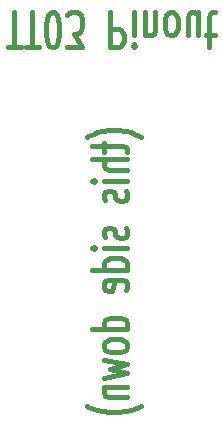
<source format=gbr>
G04 #@! TF.GenerationSoftware,KiCad,Pcbnew,7.0.10-7.0.10~ubuntu22.04.1*
G04 #@! TF.CreationDate,2024-02-20T17:40:51-05:00*
G04 #@! TF.ProjectId,caravel-breakout-qfn,63617261-7665-46c2-9d62-7265616b6f75,2.2*
G04 #@! TF.SameCoordinates,PX2dc6c00PY42c1d80*
G04 #@! TF.FileFunction,Legend,Bot*
G04 #@! TF.FilePolarity,Positive*
%FSLAX46Y46*%
G04 Gerber Fmt 4.6, Leading zero omitted, Abs format (unit mm)*
G04 Created by KiCad (PCBNEW 7.0.10-7.0.10~ubuntu22.04.1) date 2024-02-20 17:40:51*
%MOMM*%
%LPD*%
G01*
G04 APERTURE LIST*
%ADD10C,0.400000*%
G04 APERTURE END LIST*
D10*
X24909914Y37880953D02*
X24767057Y37976192D01*
X24767057Y37976192D02*
X24338485Y38166668D01*
X24338485Y38166668D02*
X24052771Y38261906D01*
X24052771Y38261906D02*
X23624200Y38357144D01*
X23624200Y38357144D02*
X22909914Y38452382D01*
X22909914Y38452382D02*
X22338485Y38452382D01*
X22338485Y38452382D02*
X21624200Y38357144D01*
X21624200Y38357144D02*
X21195628Y38261906D01*
X21195628Y38261906D02*
X20909914Y38166668D01*
X20909914Y38166668D02*
X20481342Y37976192D01*
X20481342Y37976192D02*
X20338485Y37880953D01*
X21767057Y37404763D02*
X21767057Y36642859D01*
X20767057Y37119049D02*
X23338485Y37119049D01*
X23338485Y37119049D02*
X23624200Y37023811D01*
X23624200Y37023811D02*
X23767057Y36833335D01*
X23767057Y36833335D02*
X23767057Y36642859D01*
X23767057Y35976192D02*
X20767057Y35976192D01*
X23767057Y35119049D02*
X22195628Y35119049D01*
X22195628Y35119049D02*
X21909914Y35214287D01*
X21909914Y35214287D02*
X21767057Y35404763D01*
X21767057Y35404763D02*
X21767057Y35690478D01*
X21767057Y35690478D02*
X21909914Y35880954D01*
X21909914Y35880954D02*
X22052771Y35976192D01*
X23767057Y34166668D02*
X21767057Y34166668D01*
X20767057Y34166668D02*
X20909914Y34261906D01*
X20909914Y34261906D02*
X21052771Y34166668D01*
X21052771Y34166668D02*
X20909914Y34071430D01*
X20909914Y34071430D02*
X20767057Y34166668D01*
X20767057Y34166668D02*
X21052771Y34166668D01*
X23624200Y33309525D02*
X23767057Y33119049D01*
X23767057Y33119049D02*
X23767057Y32738097D01*
X23767057Y32738097D02*
X23624200Y32547620D01*
X23624200Y32547620D02*
X23338485Y32452382D01*
X23338485Y32452382D02*
X23195628Y32452382D01*
X23195628Y32452382D02*
X22909914Y32547620D01*
X22909914Y32547620D02*
X22767057Y32738097D01*
X22767057Y32738097D02*
X22767057Y33023811D01*
X22767057Y33023811D02*
X22624200Y33214287D01*
X22624200Y33214287D02*
X22338485Y33309525D01*
X22338485Y33309525D02*
X22195628Y33309525D01*
X22195628Y33309525D02*
X21909914Y33214287D01*
X21909914Y33214287D02*
X21767057Y33023811D01*
X21767057Y33023811D02*
X21767057Y32738097D01*
X21767057Y32738097D02*
X21909914Y32547620D01*
X23624200Y30166667D02*
X23767057Y29976191D01*
X23767057Y29976191D02*
X23767057Y29595239D01*
X23767057Y29595239D02*
X23624200Y29404762D01*
X23624200Y29404762D02*
X23338485Y29309524D01*
X23338485Y29309524D02*
X23195628Y29309524D01*
X23195628Y29309524D02*
X22909914Y29404762D01*
X22909914Y29404762D02*
X22767057Y29595239D01*
X22767057Y29595239D02*
X22767057Y29880953D01*
X22767057Y29880953D02*
X22624200Y30071429D01*
X22624200Y30071429D02*
X22338485Y30166667D01*
X22338485Y30166667D02*
X22195628Y30166667D01*
X22195628Y30166667D02*
X21909914Y30071429D01*
X21909914Y30071429D02*
X21767057Y29880953D01*
X21767057Y29880953D02*
X21767057Y29595239D01*
X21767057Y29595239D02*
X21909914Y29404762D01*
X23767057Y28452381D02*
X21767057Y28452381D01*
X20767057Y28452381D02*
X20909914Y28547619D01*
X20909914Y28547619D02*
X21052771Y28452381D01*
X21052771Y28452381D02*
X20909914Y28357143D01*
X20909914Y28357143D02*
X20767057Y28452381D01*
X20767057Y28452381D02*
X21052771Y28452381D01*
X23767057Y26642857D02*
X20767057Y26642857D01*
X23624200Y26642857D02*
X23767057Y26833333D01*
X23767057Y26833333D02*
X23767057Y27214286D01*
X23767057Y27214286D02*
X23624200Y27404762D01*
X23624200Y27404762D02*
X23481342Y27500000D01*
X23481342Y27500000D02*
X23195628Y27595238D01*
X23195628Y27595238D02*
X22338485Y27595238D01*
X22338485Y27595238D02*
X22052771Y27500000D01*
X22052771Y27500000D02*
X21909914Y27404762D01*
X21909914Y27404762D02*
X21767057Y27214286D01*
X21767057Y27214286D02*
X21767057Y26833333D01*
X21767057Y26833333D02*
X21909914Y26642857D01*
X23624200Y24928571D02*
X23767057Y25119047D01*
X23767057Y25119047D02*
X23767057Y25500000D01*
X23767057Y25500000D02*
X23624200Y25690476D01*
X23624200Y25690476D02*
X23338485Y25785714D01*
X23338485Y25785714D02*
X22195628Y25785714D01*
X22195628Y25785714D02*
X21909914Y25690476D01*
X21909914Y25690476D02*
X21767057Y25500000D01*
X21767057Y25500000D02*
X21767057Y25119047D01*
X21767057Y25119047D02*
X21909914Y24928571D01*
X21909914Y24928571D02*
X22195628Y24833333D01*
X22195628Y24833333D02*
X22481342Y24833333D01*
X22481342Y24833333D02*
X22767057Y25785714D01*
X23767057Y21595237D02*
X20767057Y21595237D01*
X23624200Y21595237D02*
X23767057Y21785713D01*
X23767057Y21785713D02*
X23767057Y22166666D01*
X23767057Y22166666D02*
X23624200Y22357142D01*
X23624200Y22357142D02*
X23481342Y22452380D01*
X23481342Y22452380D02*
X23195628Y22547618D01*
X23195628Y22547618D02*
X22338485Y22547618D01*
X22338485Y22547618D02*
X22052771Y22452380D01*
X22052771Y22452380D02*
X21909914Y22357142D01*
X21909914Y22357142D02*
X21767057Y22166666D01*
X21767057Y22166666D02*
X21767057Y21785713D01*
X21767057Y21785713D02*
X21909914Y21595237D01*
X23767057Y20357142D02*
X23624200Y20547618D01*
X23624200Y20547618D02*
X23481342Y20642856D01*
X23481342Y20642856D02*
X23195628Y20738094D01*
X23195628Y20738094D02*
X22338485Y20738094D01*
X22338485Y20738094D02*
X22052771Y20642856D01*
X22052771Y20642856D02*
X21909914Y20547618D01*
X21909914Y20547618D02*
X21767057Y20357142D01*
X21767057Y20357142D02*
X21767057Y20071427D01*
X21767057Y20071427D02*
X21909914Y19880951D01*
X21909914Y19880951D02*
X22052771Y19785713D01*
X22052771Y19785713D02*
X22338485Y19690475D01*
X22338485Y19690475D02*
X23195628Y19690475D01*
X23195628Y19690475D02*
X23481342Y19785713D01*
X23481342Y19785713D02*
X23624200Y19880951D01*
X23624200Y19880951D02*
X23767057Y20071427D01*
X23767057Y20071427D02*
X23767057Y20357142D01*
X21767057Y19023808D02*
X23767057Y18642856D01*
X23767057Y18642856D02*
X22338485Y18261903D01*
X22338485Y18261903D02*
X23767057Y17880951D01*
X23767057Y17880951D02*
X21767057Y17499999D01*
X21767057Y16738094D02*
X23767057Y16738094D01*
X22052771Y16738094D02*
X21909914Y16642856D01*
X21909914Y16642856D02*
X21767057Y16452380D01*
X21767057Y16452380D02*
X21767057Y16166665D01*
X21767057Y16166665D02*
X21909914Y15976189D01*
X21909914Y15976189D02*
X22195628Y15880951D01*
X22195628Y15880951D02*
X23767057Y15880951D01*
X24909914Y15119046D02*
X24767057Y15023808D01*
X24767057Y15023808D02*
X24338485Y14833332D01*
X24338485Y14833332D02*
X24052771Y14738094D01*
X24052771Y14738094D02*
X23624200Y14642856D01*
X23624200Y14642856D02*
X22909914Y14547618D01*
X22909914Y14547618D02*
X22338485Y14547618D01*
X22338485Y14547618D02*
X21624200Y14642856D01*
X21624200Y14642856D02*
X21195628Y14738094D01*
X21195628Y14738094D02*
X20909914Y14833332D01*
X20909914Y14833332D02*
X20481342Y15023808D01*
X20481342Y15023808D02*
X20338485Y15119046D01*
X13638094Y45467058D02*
X14780951Y45467058D01*
X14209522Y48467058D02*
X14209522Y45467058D01*
X15161904Y45467058D02*
X16304761Y45467058D01*
X15733332Y48467058D02*
X15733332Y45467058D01*
X17352380Y45467058D02*
X17542857Y45467058D01*
X17542857Y45467058D02*
X17733333Y45609915D01*
X17733333Y45609915D02*
X17828571Y45752772D01*
X17828571Y45752772D02*
X17923809Y46038486D01*
X17923809Y46038486D02*
X18019047Y46609915D01*
X18019047Y46609915D02*
X18019047Y47324200D01*
X18019047Y47324200D02*
X17923809Y47895629D01*
X17923809Y47895629D02*
X17828571Y48181343D01*
X17828571Y48181343D02*
X17733333Y48324200D01*
X17733333Y48324200D02*
X17542857Y48467058D01*
X17542857Y48467058D02*
X17352380Y48467058D01*
X17352380Y48467058D02*
X17161904Y48324200D01*
X17161904Y48324200D02*
X17066666Y48181343D01*
X17066666Y48181343D02*
X16971428Y47895629D01*
X16971428Y47895629D02*
X16876190Y47324200D01*
X16876190Y47324200D02*
X16876190Y46609915D01*
X16876190Y46609915D02*
X16971428Y46038486D01*
X16971428Y46038486D02*
X17066666Y45752772D01*
X17066666Y45752772D02*
X17161904Y45609915D01*
X17161904Y45609915D02*
X17352380Y45467058D01*
X18685714Y45467058D02*
X19923809Y45467058D01*
X19923809Y45467058D02*
X19257142Y46609915D01*
X19257142Y46609915D02*
X19542857Y46609915D01*
X19542857Y46609915D02*
X19733333Y46752772D01*
X19733333Y46752772D02*
X19828571Y46895629D01*
X19828571Y46895629D02*
X19923809Y47181343D01*
X19923809Y47181343D02*
X19923809Y47895629D01*
X19923809Y47895629D02*
X19828571Y48181343D01*
X19828571Y48181343D02*
X19733333Y48324200D01*
X19733333Y48324200D02*
X19542857Y48467058D01*
X19542857Y48467058D02*
X18971428Y48467058D01*
X18971428Y48467058D02*
X18780952Y48324200D01*
X18780952Y48324200D02*
X18685714Y48181343D01*
X22304762Y48467058D02*
X22304762Y45467058D01*
X22304762Y45467058D02*
X23066667Y45467058D01*
X23066667Y45467058D02*
X23257143Y45609915D01*
X23257143Y45609915D02*
X23352381Y45752772D01*
X23352381Y45752772D02*
X23447619Y46038486D01*
X23447619Y46038486D02*
X23447619Y46467058D01*
X23447619Y46467058D02*
X23352381Y46752772D01*
X23352381Y46752772D02*
X23257143Y46895629D01*
X23257143Y46895629D02*
X23066667Y47038486D01*
X23066667Y47038486D02*
X22304762Y47038486D01*
X24304762Y48467058D02*
X24304762Y46467058D01*
X24304762Y45467058D02*
X24209524Y45609915D01*
X24209524Y45609915D02*
X24304762Y45752772D01*
X24304762Y45752772D02*
X24400000Y45609915D01*
X24400000Y45609915D02*
X24304762Y45467058D01*
X24304762Y45467058D02*
X24304762Y45752772D01*
X25257143Y46467058D02*
X25257143Y48467058D01*
X25257143Y46752772D02*
X25352381Y46609915D01*
X25352381Y46609915D02*
X25542857Y46467058D01*
X25542857Y46467058D02*
X25828572Y46467058D01*
X25828572Y46467058D02*
X26019048Y46609915D01*
X26019048Y46609915D02*
X26114286Y46895629D01*
X26114286Y46895629D02*
X26114286Y48467058D01*
X27352381Y48467058D02*
X27161905Y48324200D01*
X27161905Y48324200D02*
X27066667Y48181343D01*
X27066667Y48181343D02*
X26971429Y47895629D01*
X26971429Y47895629D02*
X26971429Y47038486D01*
X26971429Y47038486D02*
X27066667Y46752772D01*
X27066667Y46752772D02*
X27161905Y46609915D01*
X27161905Y46609915D02*
X27352381Y46467058D01*
X27352381Y46467058D02*
X27638096Y46467058D01*
X27638096Y46467058D02*
X27828572Y46609915D01*
X27828572Y46609915D02*
X27923810Y46752772D01*
X27923810Y46752772D02*
X28019048Y47038486D01*
X28019048Y47038486D02*
X28019048Y47895629D01*
X28019048Y47895629D02*
X27923810Y48181343D01*
X27923810Y48181343D02*
X27828572Y48324200D01*
X27828572Y48324200D02*
X27638096Y48467058D01*
X27638096Y48467058D02*
X27352381Y48467058D01*
X29733334Y46467058D02*
X29733334Y48467058D01*
X28876191Y46467058D02*
X28876191Y48038486D01*
X28876191Y48038486D02*
X28971429Y48324200D01*
X28971429Y48324200D02*
X29161905Y48467058D01*
X29161905Y48467058D02*
X29447620Y48467058D01*
X29447620Y48467058D02*
X29638096Y48324200D01*
X29638096Y48324200D02*
X29733334Y48181343D01*
X30400001Y46467058D02*
X31161905Y46467058D01*
X30685715Y45467058D02*
X30685715Y48038486D01*
X30685715Y48038486D02*
X30780953Y48324200D01*
X30780953Y48324200D02*
X30971429Y48467058D01*
X30971429Y48467058D02*
X31161905Y48467058D01*
M02*

</source>
